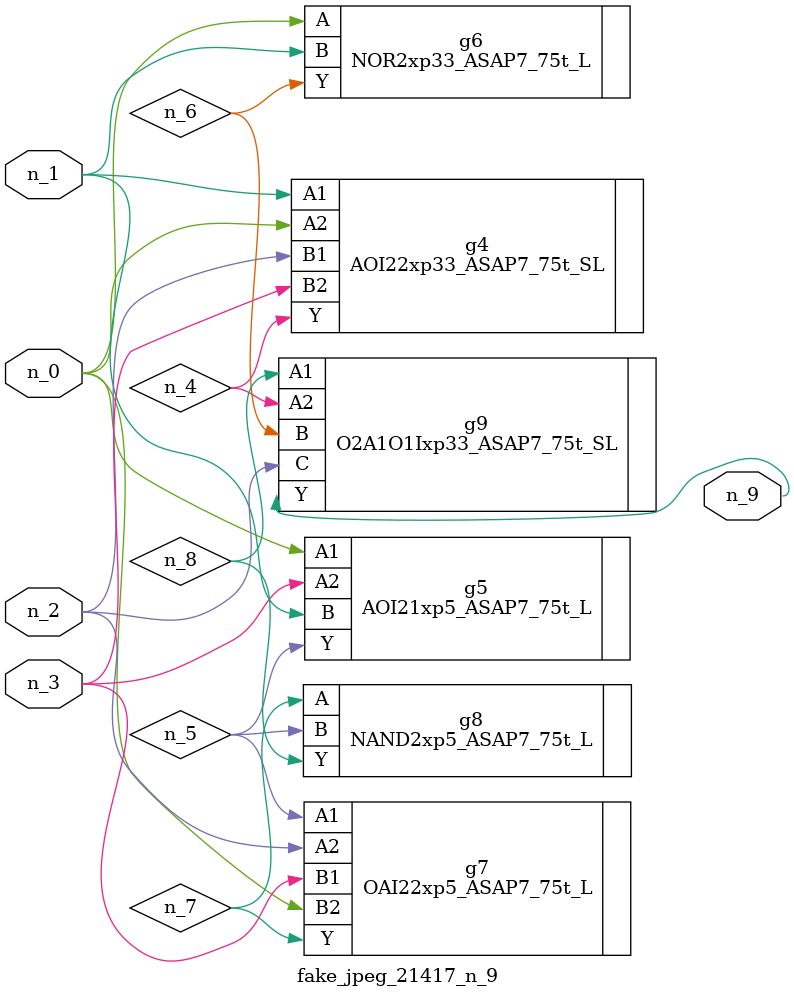
<source format=v>
module fake_jpeg_21417_n_9 (n_0, n_3, n_2, n_1, n_9);

input n_0;
input n_3;
input n_2;
input n_1;

output n_9;

wire n_4;
wire n_8;
wire n_6;
wire n_5;
wire n_7;

AOI22xp33_ASAP7_75t_SL g4 ( 
.A1(n_1),
.A2(n_0),
.B1(n_2),
.B2(n_3),
.Y(n_4)
);

AOI21xp5_ASAP7_75t_L g5 ( 
.A1(n_0),
.A2(n_3),
.B(n_1),
.Y(n_5)
);

NOR2xp33_ASAP7_75t_L g6 ( 
.A(n_0),
.B(n_1),
.Y(n_6)
);

OAI22xp5_ASAP7_75t_L g7 ( 
.A1(n_5),
.A2(n_2),
.B1(n_3),
.B2(n_0),
.Y(n_7)
);

NAND2xp5_ASAP7_75t_L g8 ( 
.A(n_7),
.B(n_5),
.Y(n_8)
);

O2A1O1Ixp33_ASAP7_75t_SL g9 ( 
.A1(n_8),
.A2(n_4),
.B(n_6),
.C(n_2),
.Y(n_9)
);


endmodule
</source>
